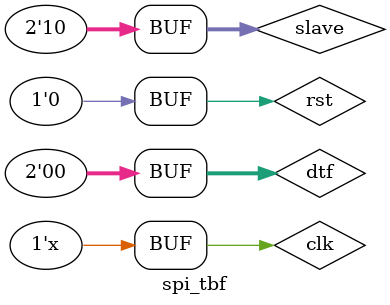
<source format=v>
`timescale 1ns / 1ps


module spi_tbf;

	// Inputs
	reg clk;
	reg rst;
	reg [1:0] dtf;
	reg [1:0] slave;

	// Bidirs
	wire miso;
	wire mosi;
	wire sclk;
	wire ssb1;
	wire ssb2;

	// Instantiate the Unit Under Test (UUT)
	spi_topf uut (
		.clk(clk), 
		.rst(rst), 
		.miso(miso), 
		.mosi(mosi), 
		.dtf(dtf), 
		.sclk(sclk), 
		.ssb1(ssb1), 
		.ssb2(ssb2), 
		.slave(slave)
	);

	
		initial begin
		// Initialize Inputs
		clk = 0;
		rst = 1;
		//miso = 0;
		dtf = 0;
		//flag = 0;
		slave = 0;

		// Wait 100 ns for global reset to finish
		#10;
		rst = 0;
		dtf = 2'b10;
		//miso = 0;
		//flag = 1;
		slave = 2'b01;
        #6;
		  slave = 2'b10;
		  #10;
		  dtf = 2'b11;
		  //flag = 0;
		 #14;
		 dtf = 0;
		// Add stimulus here

	end
      
		always #1 clk = !clk;
      
endmodule


</source>
